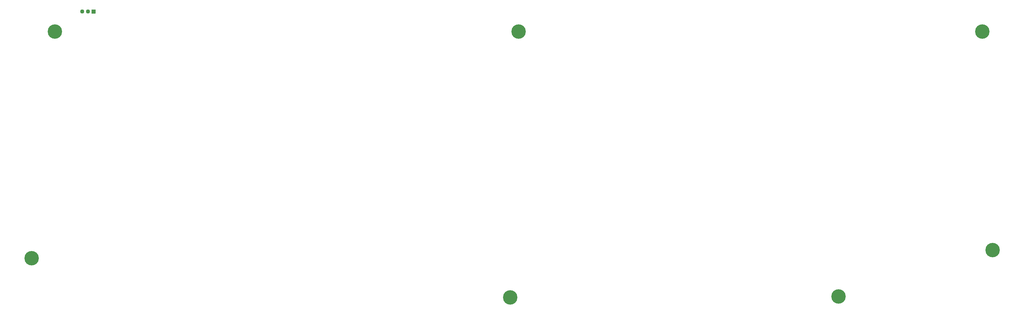
<source format=gbs>
G04 #@! TF.GenerationSoftware,KiCad,Pcbnew,(5.1.10)-1*
G04 #@! TF.CreationDate,2021-10-23T19:38:42+01:00*
G04 #@! TF.ProjectId,RGBSUB,52474253-5542-42e6-9b69-6361645f7063,Rev.1*
G04 #@! TF.SameCoordinates,Original*
G04 #@! TF.FileFunction,Soldermask,Bot*
G04 #@! TF.FilePolarity,Negative*
%FSLAX46Y46*%
G04 Gerber Fmt 4.6, Leading zero omitted, Abs format (unit mm)*
G04 Created by KiCad (PCBNEW (5.1.10)-1) date 2021-10-23 19:38:42*
%MOMM*%
%LPD*%
G01*
G04 APERTURE LIST*
%ADD10O,1.452000X1.452000*%
%ADD11C,5.102000*%
G04 APERTURE END LIST*
D10*
X58050000Y-108950000D03*
X60050000Y-108950000D03*
G36*
G01*
X61375000Y-108224000D02*
X62725000Y-108224000D01*
G75*
G02*
X62776000Y-108275000I0J-51000D01*
G01*
X62776000Y-109625000D01*
G75*
G02*
X62725000Y-109676000I-51000J0D01*
G01*
X61375000Y-109676000D01*
G75*
G02*
X61324000Y-109625000I0J51000D01*
G01*
X61324000Y-108275000D01*
G75*
G02*
X61375000Y-108224000I51000J0D01*
G01*
G37*
D11*
X376075000Y-116060000D03*
X48375000Y-116085000D03*
X209225000Y-210185000D03*
X212225000Y-116085000D03*
X325267000Y-209905000D03*
X40167000Y-196305000D03*
X379667000Y-193405000D03*
M02*

</source>
